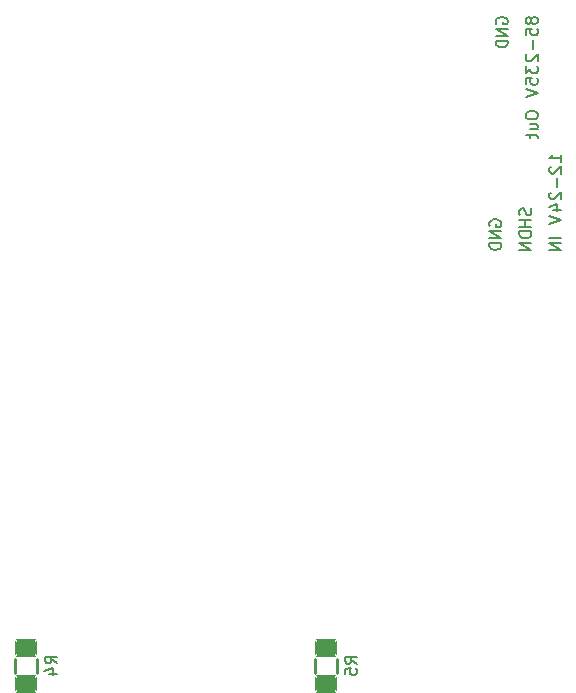
<source format=gbr>
G04 --- HEADER BEGIN --- *
G04 #@! TF.GenerationSoftware,LibrePCB,LibrePCB,1.1.0*
G04 #@! TF.CreationDate,2024-11-03T19:05:04*
G04 #@! TF.ProjectId,Nixie Counter,cfaec193-39cb-4766-881d-db9368be8cff,v2.0*
G04 #@! TF.Part,Single*
G04 #@! TF.SameCoordinates*
G04 #@! TF.FileFunction,Legend,Bot*
G04 #@! TF.FilePolarity,Positive*
%FSLAX66Y66*%
%MOMM*%
G01*
G75*
G04 --- HEADER END --- *
G04 --- APERTURE LIST BEGIN --- *
%ADD10C,0.25*%
%ADD11C,0.2*%
%AMROUNDEDRECT12*20,1,1.45,-0.825,0.0,0.825,0.0,0.0*20,1,1.25,-0.925,0.0,0.925,0.0,0.0*1,1,0.2,-0.825,0.625*1,1,0.2,0.825,0.625*1,1,0.2,0.825,-0.625*1,1,0.2,-0.825,-0.625*%
%ADD12ROUNDEDRECT12*%
%ADD13C,3.2*%
%ADD14C,5.2*%
%ADD15O,1.47X2.74*%
%AMROUNDEDRECT16*20,1,1.47,-1.27,0.0,1.27,0.0,90.0*20,1,1.27,-1.37,0.0,1.37,0.0,90.0*1,1,0.2,-0.635,-1.27*1,1,0.2,-0.635,1.27*1,1,0.2,0.635,1.27*1,1,0.2,0.635,-1.27*%
%ADD16ROUNDEDRECT16*%
%ADD17O,4.2X3.2*%
%ADD18O,1.5X2.7*%
%ADD19O,1.7X2.74*%
%ADD20C,5.0*%
%ADD21C,2.7*%
G04 --- APERTURE LIST END --- *
G04 --- BOARD BEGIN --- *
D10*
G04 #@! TO.C,R5*
X51090000Y8900000D02*
X51090000Y10150000D01*
X49240000Y8900000D02*
X49240000Y10150000D01*
D11*
G04 #@! TO.C,U1*
X64038770Y46758192D02*
X63990992Y46852636D01*
X63990992Y46995970D01*
X64038770Y47139303D01*
X64134325Y47233747D01*
X64228770Y47281525D01*
X64419881Y47329303D01*
X64562103Y47329303D01*
X64753214Y47281525D01*
X64847659Y47233747D01*
X64943214Y47139303D01*
X64990992Y46995970D01*
X64990992Y46900414D01*
X64943214Y46758192D01*
X64895436Y46710414D01*
X64562103Y46710414D01*
X64562103Y46900414D01*
X64990992Y46310414D02*
X63990992Y46310414D01*
X64990992Y45739303D01*
X63990992Y45739303D01*
X64990992Y45339303D02*
X63990992Y45339303D01*
X63990992Y45101525D01*
X64038770Y44958192D01*
X64134325Y44862636D01*
X64228770Y44815970D01*
X64419881Y44768192D01*
X64562103Y44768192D01*
X64753214Y44815970D01*
X64847659Y44862636D01*
X64943214Y44958192D01*
X64990992Y45101525D01*
X64990992Y45339303D01*
X67483214Y48252636D02*
X67530992Y48109303D01*
X67530992Y47871525D01*
X67483214Y47775969D01*
X67435436Y47729303D01*
X67340992Y47681525D01*
X67245436Y47681525D01*
X67149881Y47729303D01*
X67102103Y47775969D01*
X67054325Y47871525D01*
X67007659Y48062636D01*
X66959881Y48157080D01*
X66912103Y48204858D01*
X66816548Y48252636D01*
X66720992Y48252636D01*
X66626548Y48204858D01*
X66578770Y48157080D01*
X66530992Y48062636D01*
X66530992Y47823747D01*
X66578770Y47681525D01*
X67530992Y47281525D02*
X66530992Y47281525D01*
X67007659Y47281525D02*
X67007659Y46710414D01*
X67530992Y46710414D02*
X66530992Y46710414D01*
X67530992Y46310414D02*
X66530992Y46310414D01*
X66530992Y46072636D01*
X66578770Y45929303D01*
X66674325Y45833747D01*
X66768770Y45787081D01*
X66959881Y45739303D01*
X67102103Y45739303D01*
X67293214Y45787081D01*
X67387659Y45833747D01*
X67483214Y45929303D01*
X67530992Y46072636D01*
X67530992Y46310414D01*
X67530992Y45339303D02*
X66530992Y45339303D01*
X67530992Y44768192D01*
X66530992Y44768192D01*
X70070992Y52224858D02*
X70070992Y52795969D01*
X70070992Y52510413D02*
X69070992Y52510413D01*
X69214325Y52605969D01*
X69308770Y52700413D01*
X69356548Y52795969D01*
X69166548Y51777080D02*
X69118770Y51729302D01*
X69070992Y51634858D01*
X69070992Y51395969D01*
X69118770Y51301525D01*
X69166548Y51253747D01*
X69260992Y51205969D01*
X69356548Y51205969D01*
X69499881Y51253747D01*
X70070992Y51824858D01*
X70070992Y51205969D01*
X69689881Y50805969D02*
X69689881Y50043747D01*
X69166548Y49595969D02*
X69118770Y49548191D01*
X69070992Y49453747D01*
X69070992Y49214858D01*
X69118770Y49120414D01*
X69166548Y49072636D01*
X69260992Y49024858D01*
X69356548Y49024858D01*
X69499881Y49072636D01*
X70070992Y49643747D01*
X70070992Y49024858D01*
X69404325Y48148191D02*
X70070992Y48148191D01*
X69023214Y48387080D02*
X69737659Y48624858D01*
X69737659Y48005969D01*
X69070992Y47605969D02*
X70070992Y47272636D01*
X69070992Y46939302D01*
X70070992Y45739303D02*
X69070992Y45739303D01*
X70070992Y45339303D02*
X69070992Y45339303D01*
X70070992Y44768192D01*
X69070992Y44768192D01*
X64588770Y63882081D02*
X64540992Y63976525D01*
X64540992Y64119859D01*
X64588770Y64263192D01*
X64684325Y64357636D01*
X64778770Y64405414D01*
X64969881Y64453192D01*
X65112103Y64453192D01*
X65303214Y64405414D01*
X65397659Y64357636D01*
X65493214Y64263192D01*
X65540992Y64119859D01*
X65540992Y64024303D01*
X65493214Y63882081D01*
X65445436Y63834303D01*
X65112103Y63834303D01*
X65112103Y64024303D01*
X65540992Y63434303D02*
X64540992Y63434303D01*
X65540992Y62863192D01*
X64540992Y62863192D01*
X65540992Y62463192D02*
X64540992Y62463192D01*
X64540992Y62225414D01*
X64588770Y62082081D01*
X64684325Y61986525D01*
X64778770Y61939859D01*
X64969881Y61892081D01*
X65112103Y61892081D01*
X65303214Y61939859D01*
X65397659Y61986525D01*
X65493214Y62082081D01*
X65540992Y62225414D01*
X65540992Y62463192D01*
X67509881Y64263192D02*
X67462103Y64357636D01*
X67414325Y64405414D01*
X67318770Y64453192D01*
X67270992Y64453192D01*
X67176548Y64405414D01*
X67128770Y64357636D01*
X67080992Y64263192D01*
X67080992Y64072081D01*
X67128770Y63976525D01*
X67176548Y63929859D01*
X67270992Y63882081D01*
X67318770Y63882081D01*
X67414325Y63929859D01*
X67462103Y63976525D01*
X67509881Y64072081D01*
X67509881Y64263192D01*
X67557659Y64357636D01*
X67604325Y64405414D01*
X67699881Y64453192D01*
X67890992Y64453192D01*
X67985436Y64405414D01*
X68033214Y64357636D01*
X68080992Y64263192D01*
X68080992Y64072081D01*
X68033214Y63976525D01*
X67985436Y63929859D01*
X67890992Y63882081D01*
X67699881Y63882081D01*
X67604325Y63929859D01*
X67557659Y63976525D01*
X67509881Y64072081D01*
X67080992Y62958748D02*
X67080992Y63434303D01*
X67557659Y63482081D01*
X67509881Y63434303D01*
X67462103Y63338748D01*
X67462103Y63100970D01*
X67509881Y63005414D01*
X67557659Y62958748D01*
X67652103Y62910970D01*
X67890992Y62910970D01*
X67985436Y62958748D01*
X68033214Y63005414D01*
X68080992Y63100970D01*
X68080992Y63338748D01*
X68033214Y63434303D01*
X67985436Y63482081D01*
X67699881Y62510970D02*
X67699881Y61748748D01*
X67176548Y61300970D02*
X67128770Y61253192D01*
X67080992Y61158748D01*
X67080992Y60919859D01*
X67128770Y60825415D01*
X67176548Y60777637D01*
X67270992Y60729859D01*
X67366548Y60729859D01*
X67509881Y60777637D01*
X68080992Y61348748D01*
X68080992Y60729859D01*
X67080992Y60329859D02*
X67080992Y59710970D01*
X67462103Y60044303D01*
X67462103Y59900970D01*
X67509881Y59806526D01*
X67557659Y59758748D01*
X67652103Y59710970D01*
X67890992Y59710970D01*
X67985436Y59758748D01*
X68033214Y59806526D01*
X68080992Y59900970D01*
X68080992Y60186526D01*
X68033214Y60282081D01*
X67985436Y60329859D01*
X67080992Y58787637D02*
X67080992Y59263192D01*
X67557659Y59310970D01*
X67509881Y59263192D01*
X67462103Y59167637D01*
X67462103Y58929859D01*
X67509881Y58834303D01*
X67557659Y58787637D01*
X67652103Y58739859D01*
X67890992Y58739859D01*
X67985436Y58787637D01*
X68033214Y58834303D01*
X68080992Y58929859D01*
X68080992Y59167637D01*
X68033214Y59263192D01*
X67985436Y59310970D01*
X67080992Y58339859D02*
X68080992Y58006526D01*
X67080992Y57673192D01*
X67080992Y56235415D02*
X67080992Y56044304D01*
X67128770Y55949860D01*
X67224325Y55854304D01*
X67414325Y55806526D01*
X67747659Y55806526D01*
X67937659Y55854304D01*
X68033214Y55949860D01*
X68080992Y56044304D01*
X68080992Y56235415D01*
X68033214Y56329860D01*
X67937659Y56425415D01*
X67747659Y56473193D01*
X67414325Y56473193D01*
X67224325Y56425415D01*
X67128770Y56329860D01*
X67080992Y56235415D01*
X67414325Y54977637D02*
X68080992Y54977637D01*
X67414325Y55406526D02*
X67937659Y55406526D01*
X68033214Y55358748D01*
X68080992Y55263193D01*
X68080992Y55120970D01*
X68033214Y55025415D01*
X67985436Y54977637D01*
X67414325Y54577637D02*
X67414325Y54196526D01*
X67080992Y54434304D02*
X67937659Y54434304D01*
X68033214Y54387637D01*
X68080992Y54292081D01*
X68080992Y54196526D01*
D10*
G04 #@! TO.C,R4*
X25690000Y8900000D02*
X25690000Y10150000D01*
X23840000Y8900000D02*
X23840000Y10150000D01*
D11*
G04 #@! TO.C,R5*
X52765000Y9725000D02*
X52288333Y10058333D01*
X52765000Y10296111D02*
X51765000Y10296111D01*
X51765000Y9915000D01*
X51812778Y9819444D01*
X51860556Y9772778D01*
X51955000Y9725000D01*
X52098333Y9725000D01*
X52193889Y9772778D01*
X52241667Y9819444D01*
X52288333Y9915000D01*
X52288333Y10296111D01*
X51765000Y8801667D02*
X51765000Y9277222D01*
X52241667Y9325000D01*
X52193889Y9277222D01*
X52146111Y9181667D01*
X52146111Y8943889D01*
X52193889Y8848333D01*
X52241667Y8801667D01*
X52336111Y8753889D01*
X52575000Y8753889D01*
X52669444Y8801667D01*
X52717222Y8848333D01*
X52765000Y8943889D01*
X52765000Y9181667D01*
X52717222Y9277222D01*
X52669444Y9325000D01*
G04 #@! TO.C,R4*
X27365000Y9748889D02*
X26888333Y10082222D01*
X27365000Y10320000D02*
X26365000Y10320000D01*
X26365000Y9938889D01*
X26412778Y9843333D01*
X26460556Y9796667D01*
X26555000Y9748889D01*
X26698333Y9748889D01*
X26793889Y9796667D01*
X26841667Y9843333D01*
X26888333Y9938889D01*
X26888333Y10320000D01*
X26698333Y8872222D02*
X27365000Y8872222D01*
X26317222Y9111111D02*
X27031667Y9348889D01*
X27031667Y8730000D01*
%LPC*%
D12*
G04 #@! TO.C,R5*
X50165000Y11050000D03*
X50165000Y8000000D03*
D13*
G04 #@! TO.C,DS1*
X19240000Y28320000D03*
X20990000Y20320000D03*
X19240000Y12320000D03*
X15240000Y29320000D03*
X20990000Y24820000D03*
X11240000Y28320000D03*
X9490000Y15820000D03*
X9490000Y20320000D03*
X11240000Y12320000D03*
X9490000Y24820000D03*
X15240000Y11320000D03*
X20990000Y15820000D03*
D14*
G04 #@! TD*
X15240000Y20320000D03*
D15*
G04 #@! TO.C,U4*
X36830000Y48259984D03*
X49530000Y40639984D03*
X34290000Y40639984D03*
D16*
X49530000Y48259984D03*
D15*
X34290000Y48259984D03*
X44450000Y48259984D03*
X46990000Y48259984D03*
X44450000Y40639984D03*
X31750000Y48259984D03*
X41910000Y40639984D03*
X46990000Y40639984D03*
X39370000Y48259984D03*
X39370000Y40639984D03*
X41910000Y48259984D03*
X36830000Y40639984D03*
X31750000Y40639984D03*
D13*
G04 #@! TO.C,DS2*
X44640000Y28320000D03*
X46390000Y20320000D03*
X44640000Y12320000D03*
X40640000Y29320000D03*
X46390000Y24820000D03*
X36640000Y28320000D03*
X34890000Y15820000D03*
X34890000Y20320000D03*
X36640000Y12320000D03*
X34890000Y24820000D03*
X40640000Y11320000D03*
X46390000Y15820000D03*
D14*
G04 #@! TD*
X40640000Y20320000D03*
D15*
G04 #@! TO.C,U3*
X11430000Y48259984D03*
X24130000Y40639984D03*
X8890000Y40639984D03*
D16*
X24130000Y48259984D03*
D15*
X8890000Y48259984D03*
X19050000Y48259984D03*
X21590000Y48259984D03*
X19050000Y40639984D03*
X6350000Y48259984D03*
X16510000Y40639984D03*
X21590000Y40639984D03*
X13970000Y48259984D03*
X13970000Y40639984D03*
X16510000Y48259984D03*
X11430000Y40639984D03*
X6350000Y40639984D03*
D17*
G04 #@! TO.C,S1*
X76199936Y15620000D03*
X76199936Y25020000D03*
X76199936Y20320000D03*
D18*
G04 #@! TO.C,U5*
X35560000Y58460000D03*
X20320000Y76240000D03*
X43180000Y76240000D03*
X38100000Y58460000D03*
X30480000Y76240000D03*
X40640000Y58460000D03*
X30480000Y58460000D03*
X43180000Y58460000D03*
X35560000Y76240000D03*
X33020000Y76240000D03*
X25400000Y58460000D03*
X27940000Y58460000D03*
X38100000Y76240000D03*
X22860000Y58460000D03*
X22860000Y76240000D03*
X40640000Y76240000D03*
X25400000Y76240000D03*
X33020000Y58460000D03*
X20320000Y58460000D03*
X17780000Y58460000D03*
X27940000Y76240000D03*
X15240000Y58460000D03*
D19*
G04 #@! TO.C,U1*
X67030992Y42428192D03*
X69570992Y42428192D03*
X65040992Y66928192D03*
X67580992Y66928192D03*
X64490992Y42428192D03*
D12*
G04 #@! TO.C,R4*
X24765000Y11050000D03*
X24765000Y8000000D03*
D20*
G04 #@! TO.C,J1*
X92311168Y10160064D03*
X88811168Y14960064D03*
X85811168Y10160064D03*
D21*
G04 #@! TD*
X97000000Y3000000D03*
X3000000Y3000000D03*
X58000000Y73660000D03*
G04 --- BOARD END --- *
G04 #@! TF.MD5,b4730da550d8e2b6987434b8046aa078*
M02*

</source>
